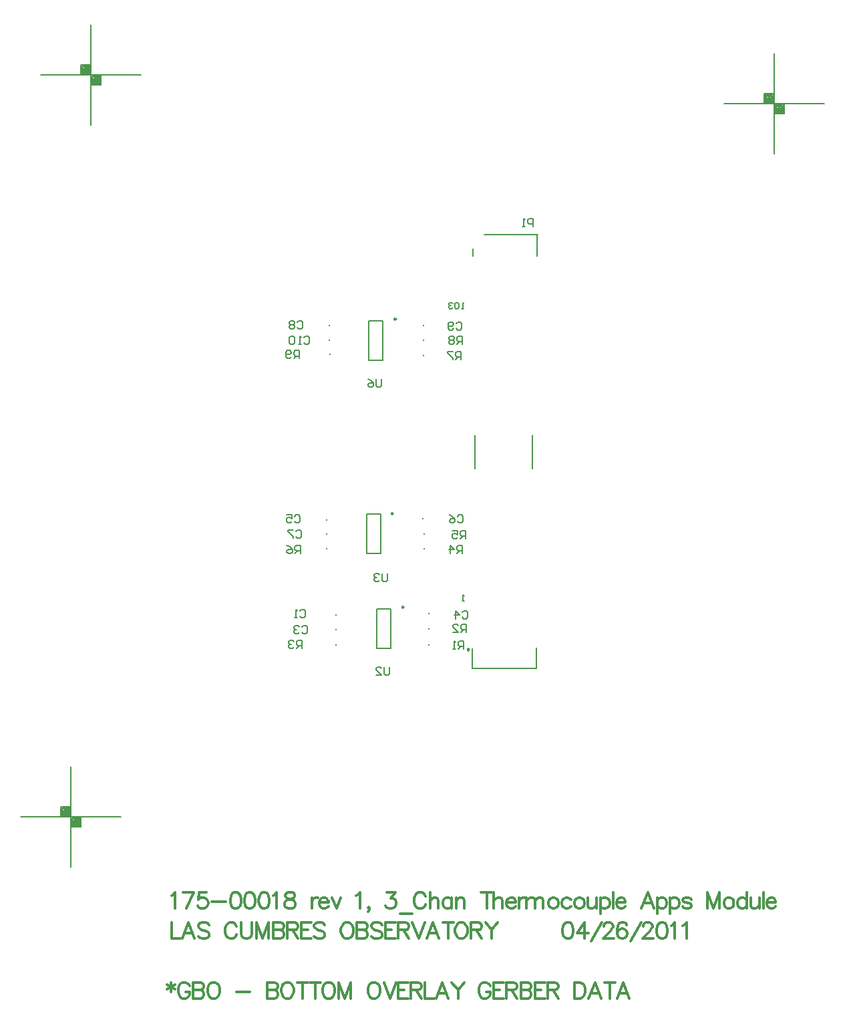
<source format=gbo>
%FSLAX23Y23*%
%MOIN*%
G70*
G01*
G75*
G04 Layer_Color=32896*
%ADD10O,0.024X0.079*%
%ADD11R,0.070X0.135*%
%ADD12R,0.039X0.059*%
%ADD13C,0.010*%
%ADD14C,0.020*%
%ADD15C,0.012*%
%ADD16C,0.008*%
%ADD17C,0.012*%
%ADD18C,0.012*%
%ADD19C,0.120*%
%ADD20C,0.050*%
%ADD21C,0.059*%
%ADD22R,0.059X0.059*%
%ADD23C,0.276*%
%ADD24C,0.020*%
%ADD25C,0.040*%
%ADD26C,0.110*%
G04:AMPARAMS|DCode=27|XSize=130mil|YSize=130mil|CornerRadius=0mil|HoleSize=0mil|Usage=FLASHONLY|Rotation=0.000|XOffset=0mil|YOffset=0mil|HoleType=Round|Shape=Relief|Width=10mil|Gap=10mil|Entries=4|*
%AMTHD27*
7,0,0,0.130,0.110,0.010,45*
%
%ADD27THD27*%
%ADD28C,0.065*%
G04:AMPARAMS|DCode=29|XSize=85mil|YSize=85mil|CornerRadius=0mil|HoleSize=0mil|Usage=FLASHONLY|Rotation=0.000|XOffset=0mil|YOffset=0mil|HoleType=Round|Shape=Relief|Width=10mil|Gap=10mil|Entries=4|*
%AMTHD29*
7,0,0,0.085,0.065,0.010,45*
%
%ADD29THD29*%
%ADD30C,0.075*%
G04:AMPARAMS|DCode=31|XSize=95.433mil|YSize=95.433mil|CornerRadius=0mil|HoleSize=0mil|Usage=FLASHONLY|Rotation=0.000|XOffset=0mil|YOffset=0mil|HoleType=Round|Shape=Relief|Width=10mil|Gap=10mil|Entries=4|*
%AMTHD31*
7,0,0,0.095,0.075,0.010,45*
%
%ADD31THD31*%
%ADD32C,0.197*%
G04:AMPARAMS|DCode=33|XSize=70mil|YSize=70mil|CornerRadius=0mil|HoleSize=0mil|Usage=FLASHONLY|Rotation=0.000|XOffset=0mil|YOffset=0mil|HoleType=Round|Shape=Relief|Width=10mil|Gap=10mil|Entries=4|*
%AMTHD33*
7,0,0,0.070,0.050,0.010,45*
%
%ADD33THD33*%
%ADD34R,0.050X0.050*%
%ADD35O,0.087X0.024*%
%ADD36R,0.020X0.709*%
%ADD37R,0.085X0.016*%
%ADD38C,0.010*%
%ADD39C,0.008*%
%ADD40C,0.007*%
%ADD41R,0.175X0.238*%
%ADD42O,0.032X0.087*%
%ADD43R,0.078X0.143*%
%ADD44R,0.047X0.067*%
%ADD45C,0.128*%
%ADD46C,0.067*%
%ADD47R,0.067X0.067*%
%ADD48C,0.284*%
%ADD49C,0.028*%
%ADD50R,0.802X0.219*%
%ADD51R,0.058X0.058*%
%ADD52O,0.095X0.032*%
%ADD53C,0.010*%
%ADD54C,0.005*%
D15*
X24202Y15429D02*
Y15383D01*
X24183Y15418D02*
X24221Y15395D01*
Y15418D02*
X24183Y15395D01*
X24295Y15410D02*
X24291Y15418D01*
X24283Y15425D01*
X24276Y15429D01*
X24260D01*
X24253Y15425D01*
X24245Y15418D01*
X24241Y15410D01*
X24238Y15399D01*
Y15380D01*
X24241Y15368D01*
X24245Y15361D01*
X24253Y15353D01*
X24260Y15349D01*
X24276D01*
X24283Y15353D01*
X24291Y15361D01*
X24295Y15368D01*
Y15380D01*
X24276D02*
X24295D01*
X24313Y15429D02*
Y15349D01*
Y15429D02*
X24347D01*
X24359Y15425D01*
X24362Y15421D01*
X24366Y15414D01*
Y15406D01*
X24362Y15399D01*
X24359Y15395D01*
X24347Y15391D01*
X24313D02*
X24347D01*
X24359Y15387D01*
X24362Y15383D01*
X24366Y15376D01*
Y15364D01*
X24362Y15357D01*
X24359Y15353D01*
X24347Y15349D01*
X24313D01*
X24407Y15429D02*
X24399Y15425D01*
X24392Y15418D01*
X24388Y15410D01*
X24384Y15399D01*
Y15380D01*
X24388Y15368D01*
X24392Y15361D01*
X24399Y15353D01*
X24407Y15349D01*
X24422D01*
X24430Y15353D01*
X24437Y15361D01*
X24441Y15368D01*
X24445Y15380D01*
Y15399D01*
X24441Y15410D01*
X24437Y15418D01*
X24430Y15425D01*
X24422Y15429D01*
X24407D01*
X24527Y15383D02*
X24595D01*
X24682Y15429D02*
Y15349D01*
Y15429D02*
X24716D01*
X24727Y15425D01*
X24731Y15421D01*
X24735Y15414D01*
Y15406D01*
X24731Y15399D01*
X24727Y15395D01*
X24716Y15391D01*
X24682D02*
X24716D01*
X24727Y15387D01*
X24731Y15383D01*
X24735Y15376D01*
Y15364D01*
X24731Y15357D01*
X24727Y15353D01*
X24716Y15349D01*
X24682D01*
X24776Y15429D02*
X24768Y15425D01*
X24760Y15418D01*
X24757Y15410D01*
X24753Y15399D01*
Y15380D01*
X24757Y15368D01*
X24760Y15361D01*
X24768Y15353D01*
X24776Y15349D01*
X24791D01*
X24799Y15353D01*
X24806Y15361D01*
X24810Y15368D01*
X24814Y15380D01*
Y15399D01*
X24810Y15410D01*
X24806Y15418D01*
X24799Y15425D01*
X24791Y15429D01*
X24776D01*
X24859D02*
Y15349D01*
X24832Y15429D02*
X24886D01*
X24922D02*
Y15349D01*
X24895Y15429D02*
X24949D01*
X24981D02*
X24973Y15425D01*
X24966Y15418D01*
X24962Y15410D01*
X24958Y15399D01*
Y15380D01*
X24962Y15368D01*
X24966Y15361D01*
X24973Y15353D01*
X24981Y15349D01*
X24996D01*
X25004Y15353D01*
X25011Y15361D01*
X25015Y15368D01*
X25019Y15380D01*
Y15399D01*
X25015Y15410D01*
X25011Y15418D01*
X25004Y15425D01*
X24996Y15429D01*
X24981D01*
X25038D02*
Y15349D01*
Y15429D02*
X25068Y15349D01*
X25099Y15429D02*
X25068Y15349D01*
X25099Y15429D02*
Y15349D01*
X25207Y15429D02*
X25200Y15425D01*
X25192Y15418D01*
X25188Y15410D01*
X25184Y15399D01*
Y15380D01*
X25188Y15368D01*
X25192Y15361D01*
X25200Y15353D01*
X25207Y15349D01*
X25222D01*
X25230Y15353D01*
X25238Y15361D01*
X25241Y15368D01*
X25245Y15380D01*
Y15399D01*
X25241Y15410D01*
X25238Y15418D01*
X25230Y15425D01*
X25222Y15429D01*
X25207D01*
X25264D02*
X25294Y15349D01*
X25325Y15429D02*
X25294Y15349D01*
X25385Y15429D02*
X25335D01*
Y15349D01*
X25385D01*
X25335Y15391D02*
X25366D01*
X25398Y15429D02*
Y15349D01*
Y15429D02*
X25432D01*
X25444Y15425D01*
X25448Y15421D01*
X25451Y15414D01*
Y15406D01*
X25448Y15399D01*
X25444Y15395D01*
X25432Y15391D01*
X25398D01*
X25425D02*
X25451Y15349D01*
X25469Y15429D02*
Y15349D01*
X25515D01*
X25585D02*
X25554Y15429D01*
X25524Y15349D01*
X25535Y15376D02*
X25573D01*
X25603Y15429D02*
X25634Y15391D01*
Y15349D01*
X25664Y15429D02*
X25634Y15391D01*
X25795Y15410D02*
X25791Y15418D01*
X25783Y15425D01*
X25775Y15429D01*
X25760D01*
X25753Y15425D01*
X25745Y15418D01*
X25741Y15410D01*
X25737Y15399D01*
Y15380D01*
X25741Y15368D01*
X25745Y15361D01*
X25753Y15353D01*
X25760Y15349D01*
X25775D01*
X25783Y15353D01*
X25791Y15361D01*
X25795Y15368D01*
Y15380D01*
X25775D02*
X25795D01*
X25862Y15429D02*
X25813D01*
Y15349D01*
X25862D01*
X25813Y15391D02*
X25843D01*
X25876Y15429D02*
Y15349D01*
Y15429D02*
X25910D01*
X25921Y15425D01*
X25925Y15421D01*
X25929Y15414D01*
Y15406D01*
X25925Y15399D01*
X25921Y15395D01*
X25910Y15391D01*
X25876D01*
X25902D02*
X25929Y15349D01*
X25947Y15429D02*
Y15349D01*
Y15429D02*
X25981D01*
X25993Y15425D01*
X25996Y15421D01*
X26000Y15414D01*
Y15406D01*
X25996Y15399D01*
X25993Y15395D01*
X25981Y15391D01*
X25947D02*
X25981D01*
X25993Y15387D01*
X25996Y15383D01*
X26000Y15376D01*
Y15364D01*
X25996Y15357D01*
X25993Y15353D01*
X25981Y15349D01*
X25947D01*
X26068Y15429D02*
X26018D01*
Y15349D01*
X26068D01*
X26018Y15391D02*
X26049D01*
X26081Y15429D02*
Y15349D01*
Y15429D02*
X26115D01*
X26127Y15425D01*
X26130Y15421D01*
X26134Y15414D01*
Y15406D01*
X26130Y15399D01*
X26127Y15395D01*
X26115Y15391D01*
X26081D01*
X26108D02*
X26134Y15349D01*
X26215Y15429D02*
Y15349D01*
Y15429D02*
X26242D01*
X26253Y15425D01*
X26261Y15418D01*
X26265Y15410D01*
X26268Y15399D01*
Y15380D01*
X26265Y15368D01*
X26261Y15361D01*
X26253Y15353D01*
X26242Y15349D01*
X26215D01*
X26347D02*
X26317Y15429D01*
X26286Y15349D01*
X26298Y15376D02*
X26336D01*
X26392Y15429D02*
Y15349D01*
X26366Y15429D02*
X26419D01*
X26490Y15349D02*
X26459Y15429D01*
X26429Y15349D01*
X26440Y15376D02*
X26478D01*
D16*
X25626Y18716D02*
X25633Y18723D01*
X25646D01*
X25653Y18716D01*
Y18690D01*
X25646Y18683D01*
X25633D01*
X25626Y18690D01*
X25613D02*
X25606Y18683D01*
X25593D01*
X25586Y18690D01*
Y18716D01*
X25593Y18723D01*
X25606D01*
X25613Y18716D01*
Y18710D01*
X25606Y18703D01*
X25586D01*
X25251Y18437D02*
Y18404D01*
X25244Y18397D01*
X25231D01*
X25224Y18404D01*
Y18437D01*
X25184D02*
X25198Y18430D01*
X25211Y18417D01*
Y18404D01*
X25204Y18397D01*
X25191D01*
X25184Y18404D01*
Y18410D01*
X25191Y18417D01*
X25211D01*
X26009Y19197D02*
Y19237D01*
X25989D01*
X25982Y19230D01*
Y19217D01*
X25989Y19210D01*
X26009D01*
X25969Y19197D02*
X25956D01*
X25962D01*
Y19237D01*
X25969Y19230D01*
X24845Y17280D02*
X24852Y17287D01*
X24865D01*
X24872Y17280D01*
Y17254D01*
X24865Y17247D01*
X24852D01*
X24845Y17254D01*
X24832Y17247D02*
X24819D01*
X24825D01*
Y17287D01*
X24832Y17280D01*
X24854Y17201D02*
X24861Y17208D01*
X24874D01*
X24881Y17201D01*
Y17175D01*
X24874Y17168D01*
X24861D01*
X24854Y17175D01*
X24841Y17201D02*
X24834Y17208D01*
X24821D01*
X24814Y17201D01*
Y17195D01*
X24821Y17188D01*
X24828D01*
X24821D01*
X24814Y17181D01*
Y17175D01*
X24821Y17168D01*
X24834D01*
X24841Y17175D01*
X25654Y17276D02*
X25661Y17283D01*
X25674D01*
X25681Y17276D01*
Y17250D01*
X25674Y17243D01*
X25661D01*
X25654Y17250D01*
X25621Y17243D02*
Y17283D01*
X25641Y17263D01*
X25614D01*
X24825Y17679D02*
X24832Y17686D01*
X24845D01*
X24852Y17679D01*
Y17653D01*
X24845Y17646D01*
X24832D01*
X24825Y17653D01*
X24812Y17686D02*
X24785D01*
Y17679D01*
X24812Y17653D01*
Y17646D01*
X24866Y18645D02*
X24873Y18652D01*
X24886D01*
X24893Y18645D01*
Y18619D01*
X24886Y18612D01*
X24873D01*
X24866Y18619D01*
X24853Y18612D02*
X24840D01*
X24846D01*
Y18652D01*
X24853Y18645D01*
X24820D02*
X24813Y18652D01*
X24800D01*
X24793Y18645D01*
Y18619D01*
X24800Y18612D01*
X24813D01*
X24820Y18619D01*
Y18645D01*
X25661Y17093D02*
Y17133D01*
X25641D01*
X25634Y17126D01*
Y17113D01*
X25641Y17106D01*
X25661D01*
X25648D02*
X25634Y17093D01*
X25621D02*
X25608D01*
X25614D01*
Y17133D01*
X25621Y17126D01*
X25676Y17176D02*
Y17216D01*
X25656D01*
X25649Y17209D01*
Y17196D01*
X25656Y17189D01*
X25676D01*
X25663D02*
X25649Y17176D01*
X25609D02*
X25636D01*
X25609Y17203D01*
Y17209D01*
X25616Y17216D01*
X25629D01*
X25636Y17209D01*
X24856Y17096D02*
Y17136D01*
X24836D01*
X24829Y17129D01*
Y17116D01*
X24836Y17109D01*
X24856D01*
X24843D02*
X24829Y17096D01*
X24816Y17129D02*
X24809Y17136D01*
X24796D01*
X24789Y17129D01*
Y17123D01*
X24796Y17116D01*
X24803D01*
X24796D01*
X24789Y17109D01*
Y17103D01*
X24796Y17096D01*
X24809D01*
X24816Y17103D01*
X25655Y17568D02*
Y17608D01*
X25635D01*
X25628Y17601D01*
Y17588D01*
X25635Y17581D01*
X25655D01*
X25642D02*
X25628Y17568D01*
X25595D02*
Y17608D01*
X25615Y17588D01*
X25588D01*
X25671Y17642D02*
Y17682D01*
X25651D01*
X25644Y17675D01*
Y17662D01*
X25651Y17655D01*
X25671D01*
X25658D02*
X25644Y17642D01*
X25604Y17682D02*
X25631D01*
Y17662D01*
X25618Y17669D01*
X25611D01*
X25604Y17662D01*
Y17649D01*
X25611Y17642D01*
X25624D01*
X25631Y17649D01*
X24847Y17568D02*
Y17608D01*
X24827D01*
X24820Y17601D01*
Y17588D01*
X24827Y17581D01*
X24847D01*
X24834D02*
X24820Y17568D01*
X24780Y17608D02*
X24794Y17601D01*
X24807Y17588D01*
Y17575D01*
X24800Y17568D01*
X24787D01*
X24780Y17575D01*
Y17581D01*
X24787Y17588D01*
X24807D01*
X25648Y18534D02*
Y18574D01*
X25628D01*
X25621Y18567D01*
Y18554D01*
X25628Y18547D01*
X25648D01*
X25635D02*
X25621Y18534D01*
X25608Y18574D02*
X25581D01*
Y18567D01*
X25608Y18541D01*
Y18534D01*
X25654Y18612D02*
Y18652D01*
X25634D01*
X25627Y18645D01*
Y18632D01*
X25634Y18625D01*
X25654D01*
X25641D02*
X25627Y18612D01*
X25614Y18645D02*
X25607Y18652D01*
X25594D01*
X25587Y18645D01*
Y18639D01*
X25594Y18632D01*
X25587Y18625D01*
Y18619D01*
X25594Y18612D01*
X25607D01*
X25614Y18619D01*
Y18625D01*
X25607Y18632D01*
X25614Y18639D01*
Y18645D01*
X25607Y18632D02*
X25594D01*
X24843Y18540D02*
Y18580D01*
X24823D01*
X24816Y18573D01*
Y18560D01*
X24823Y18553D01*
X24843D01*
X24830D02*
X24816Y18540D01*
X24803Y18547D02*
X24796Y18540D01*
X24783D01*
X24776Y18547D01*
Y18573D01*
X24783Y18580D01*
X24796D01*
X24803Y18573D01*
Y18567D01*
X24796Y18560D01*
X24776D01*
X25293Y17002D02*
Y16969D01*
X25286Y16962D01*
X25273D01*
X25266Y16969D01*
Y17002D01*
X25226Y16962D02*
X25253D01*
X25226Y16989D01*
Y16995D01*
X25233Y17002D01*
X25246D01*
X25253Y16995D01*
X25283Y17468D02*
Y17435D01*
X25276Y17428D01*
X25263D01*
X25256Y17435D01*
Y17468D01*
X25243Y17461D02*
X25236Y17468D01*
X25223D01*
X25216Y17461D01*
Y17455D01*
X25223Y17448D01*
X25230D01*
X25223D01*
X25216Y17441D01*
Y17435D01*
X25223Y17428D01*
X25236D01*
X25243Y17435D01*
X24818Y17753D02*
X24825Y17760D01*
X24838D01*
X24845Y17753D01*
Y17727D01*
X24838Y17720D01*
X24825D01*
X24818Y17727D01*
X24778Y17760D02*
X24805D01*
Y17740D01*
X24792Y17747D01*
X24785D01*
X24778Y17740D01*
Y17727D01*
X24785Y17720D01*
X24798D01*
X24805Y17727D01*
X25631Y17753D02*
X25638Y17760D01*
X25651D01*
X25658Y17753D01*
Y17727D01*
X25651Y17720D01*
X25638D01*
X25631Y17727D01*
X25591Y17760D02*
X25605Y17753D01*
X25618Y17740D01*
Y17727D01*
X25611Y17720D01*
X25598D01*
X25591Y17727D01*
Y17733D01*
X25598Y17740D01*
X25618D01*
X24831Y18721D02*
X24838Y18728D01*
X24851D01*
X24858Y18721D01*
Y18695D01*
X24851Y18688D01*
X24838D01*
X24831Y18695D01*
X24818Y18721D02*
X24811Y18728D01*
X24798D01*
X24791Y18721D01*
Y18715D01*
X24798Y18708D01*
X24791Y18701D01*
Y18695D01*
X24798Y18688D01*
X24811D01*
X24818Y18695D01*
Y18701D01*
X24811Y18708D01*
X24818Y18715D01*
Y18721D01*
X24811Y18708D02*
X24798D01*
X26963Y19813D02*
X27463D01*
X27213Y19563D02*
Y20063D01*
X27163Y19813D02*
Y19863D01*
X27213D01*
X27263Y19763D02*
Y19813D01*
X27213Y19763D02*
X27263D01*
X27218Y19808D02*
X27258D01*
Y19768D02*
Y19808D01*
X27218Y19768D02*
X27258D01*
X27218D02*
Y19808D01*
X27223Y19803D02*
X27253D01*
Y19773D02*
Y19803D01*
X27223Y19773D02*
X27253D01*
X27223D02*
Y19798D01*
X27228D02*
X27248D01*
Y19778D02*
Y19798D01*
X27228Y19778D02*
X27248D01*
X27228D02*
Y19793D01*
X27233D02*
X27243D01*
Y19783D02*
Y19793D01*
X27233Y19783D02*
X27243D01*
X27233D02*
Y19793D01*
Y19788D02*
X27243D01*
X27168Y19858D02*
X27208D01*
Y19818D02*
Y19858D01*
X27168Y19818D02*
X27208D01*
X27168D02*
Y19858D01*
X27173Y19853D02*
X27203D01*
Y19823D02*
Y19853D01*
X27173Y19823D02*
X27203D01*
X27173D02*
Y19848D01*
X27178D02*
X27198D01*
Y19828D02*
Y19848D01*
X27178Y19828D02*
X27198D01*
X27178D02*
Y19843D01*
X27183D02*
X27193D01*
Y19833D02*
Y19843D01*
X27183Y19833D02*
X27193D01*
X27183D02*
Y19843D01*
Y19838D02*
X27193D01*
X23552Y19954D02*
X24052D01*
X23802Y19704D02*
Y20204D01*
X23752Y19954D02*
Y20004D01*
X23802D01*
X23852Y19904D02*
Y19954D01*
X23802Y19904D02*
X23852D01*
X23807Y19949D02*
X23847D01*
Y19909D02*
Y19949D01*
X23807Y19909D02*
X23847D01*
X23807D02*
Y19949D01*
X23812Y19944D02*
X23842D01*
Y19914D02*
Y19944D01*
X23812Y19914D02*
X23842D01*
X23812D02*
Y19939D01*
X23817D02*
X23837D01*
Y19919D02*
Y19939D01*
X23817Y19919D02*
X23837D01*
X23817D02*
Y19934D01*
X23822D02*
X23832D01*
Y19924D02*
Y19934D01*
X23822Y19924D02*
X23832D01*
X23822D02*
Y19934D01*
Y19929D02*
X23832D01*
X23757Y19999D02*
X23797D01*
Y19959D02*
Y19999D01*
X23757Y19959D02*
X23797D01*
X23757D02*
Y19999D01*
X23762Y19994D02*
X23792D01*
Y19964D02*
Y19994D01*
X23762Y19964D02*
X23792D01*
X23762D02*
Y19989D01*
X23767D02*
X23787D01*
Y19969D02*
Y19989D01*
X23767Y19969D02*
X23787D01*
X23767D02*
Y19984D01*
X23772D02*
X23782D01*
Y19974D02*
Y19984D01*
X23772Y19974D02*
X23782D01*
X23772D02*
Y19984D01*
Y19979D02*
X23782D01*
X23453Y16254D02*
X23953D01*
X23703Y16004D02*
Y16504D01*
X23653Y16254D02*
Y16304D01*
X23703D01*
X23753Y16204D02*
Y16254D01*
X23703Y16204D02*
X23753D01*
X23708Y16249D02*
X23748D01*
Y16209D02*
Y16249D01*
X23708Y16209D02*
X23748D01*
X23708D02*
Y16249D01*
X23713Y16244D02*
X23743D01*
Y16214D02*
Y16244D01*
X23713Y16214D02*
X23743D01*
X23713D02*
Y16239D01*
X23718D02*
X23738D01*
Y16219D02*
Y16239D01*
X23718Y16219D02*
X23738D01*
X23718D02*
Y16234D01*
X23723D02*
X23733D01*
Y16224D02*
Y16234D01*
X23723Y16224D02*
X23733D01*
X23723D02*
Y16234D01*
Y16229D02*
X23733D01*
X23658Y16299D02*
X23698D01*
Y16259D02*
Y16299D01*
X23658Y16259D02*
X23698D01*
X23658D02*
Y16299D01*
X23663Y16294D02*
X23693D01*
Y16264D02*
Y16294D01*
X23663Y16264D02*
X23693D01*
X23663D02*
Y16289D01*
X23668D02*
X23688D01*
Y16269D02*
Y16289D01*
X23668Y16269D02*
X23688D01*
X23668D02*
Y16284D01*
X23673D02*
X23683D01*
Y16274D02*
Y16284D01*
X23673Y16274D02*
X23683D01*
X23673D02*
Y16284D01*
Y16279D02*
X23683D01*
D17*
X24204Y15862D02*
X24212Y15866D01*
X24223Y15878D01*
Y15798D01*
X24316Y15878D02*
X24278Y15798D01*
X24263Y15878D02*
X24316D01*
X24380D02*
X24342D01*
X24338Y15843D01*
X24342Y15847D01*
X24353Y15851D01*
X24364D01*
X24376Y15847D01*
X24383Y15840D01*
X24387Y15828D01*
Y15821D01*
X24383Y15809D01*
X24376Y15801D01*
X24364Y15798D01*
X24353D01*
X24342Y15801D01*
X24338Y15805D01*
X24334Y15813D01*
X24405Y15832D02*
X24474D01*
X24520Y15878D02*
X24509Y15874D01*
X24501Y15862D01*
X24497Y15843D01*
Y15832D01*
X24501Y15813D01*
X24509Y15801D01*
X24520Y15798D01*
X24528D01*
X24539Y15801D01*
X24547Y15813D01*
X24551Y15832D01*
Y15843D01*
X24547Y15862D01*
X24539Y15874D01*
X24528Y15878D01*
X24520D01*
X24591D02*
X24580Y15874D01*
X24572Y15862D01*
X24569Y15843D01*
Y15832D01*
X24572Y15813D01*
X24580Y15801D01*
X24591Y15798D01*
X24599D01*
X24610Y15801D01*
X24618Y15813D01*
X24622Y15832D01*
Y15843D01*
X24618Y15862D01*
X24610Y15874D01*
X24599Y15878D01*
X24591D01*
X24663D02*
X24651Y15874D01*
X24644Y15862D01*
X24640Y15843D01*
Y15832D01*
X24644Y15813D01*
X24651Y15801D01*
X24663Y15798D01*
X24670D01*
X24682Y15801D01*
X24689Y15813D01*
X24693Y15832D01*
Y15843D01*
X24689Y15862D01*
X24682Y15874D01*
X24670Y15878D01*
X24663D01*
X24711Y15862D02*
X24719Y15866D01*
X24730Y15878D01*
Y15798D01*
X24789Y15878D02*
X24777Y15874D01*
X24773Y15866D01*
Y15859D01*
X24777Y15851D01*
X24785Y15847D01*
X24800Y15843D01*
X24812Y15840D01*
X24819Y15832D01*
X24823Y15824D01*
Y15813D01*
X24819Y15805D01*
X24815Y15801D01*
X24804Y15798D01*
X24789D01*
X24777Y15801D01*
X24773Y15805D01*
X24770Y15813D01*
Y15824D01*
X24773Y15832D01*
X24781Y15840D01*
X24793Y15843D01*
X24808Y15847D01*
X24815Y15851D01*
X24819Y15859D01*
Y15866D01*
X24815Y15874D01*
X24804Y15878D01*
X24789D01*
X24904Y15851D02*
Y15798D01*
Y15828D02*
X24908Y15840D01*
X24915Y15847D01*
X24923Y15851D01*
X24934D01*
X24941Y15828D02*
X24987D01*
Y15836D01*
X24983Y15843D01*
X24980Y15847D01*
X24972Y15851D01*
X24960D01*
X24953Y15847D01*
X24945Y15840D01*
X24941Y15828D01*
Y15821D01*
X24945Y15809D01*
X24953Y15801D01*
X24960Y15798D01*
X24972D01*
X24980Y15801D01*
X24987Y15809D01*
X25004Y15851D02*
X25027Y15798D01*
X25050Y15851D02*
X25027Y15798D01*
X25126Y15862D02*
X25133Y15866D01*
X25145Y15878D01*
Y15798D01*
X25192Y15801D02*
X25188Y15798D01*
X25184Y15801D01*
X25188Y15805D01*
X25192Y15801D01*
Y15794D01*
X25188Y15786D01*
X25184Y15782D01*
X25280Y15878D02*
X25322D01*
X25299Y15847D01*
X25311D01*
X25318Y15843D01*
X25322Y15840D01*
X25326Y15828D01*
Y15821D01*
X25322Y15809D01*
X25314Y15801D01*
X25303Y15798D01*
X25291D01*
X25280Y15801D01*
X25276Y15805D01*
X25272Y15813D01*
X25344Y15771D02*
X25405D01*
X25472Y15859D02*
X25468Y15866D01*
X25461Y15874D01*
X25453Y15878D01*
X25438D01*
X25430Y15874D01*
X25422Y15866D01*
X25419Y15859D01*
X25415Y15847D01*
Y15828D01*
X25419Y15817D01*
X25422Y15809D01*
X25430Y15801D01*
X25438Y15798D01*
X25453D01*
X25461Y15801D01*
X25468Y15809D01*
X25472Y15817D01*
X25494Y15878D02*
Y15798D01*
Y15836D02*
X25506Y15847D01*
X25514Y15851D01*
X25525D01*
X25533Y15847D01*
X25536Y15836D01*
Y15798D01*
X25603Y15851D02*
Y15798D01*
Y15840D02*
X25595Y15847D01*
X25588Y15851D01*
X25576D01*
X25569Y15847D01*
X25561Y15840D01*
X25557Y15828D01*
Y15821D01*
X25561Y15809D01*
X25569Y15801D01*
X25576Y15798D01*
X25588D01*
X25595Y15801D01*
X25603Y15809D01*
X25624Y15851D02*
Y15798D01*
Y15836D02*
X25636Y15847D01*
X25643Y15851D01*
X25655D01*
X25662Y15847D01*
X25666Y15836D01*
Y15798D01*
X25777Y15878D02*
Y15798D01*
X25750Y15878D02*
X25803D01*
X25813D02*
Y15798D01*
Y15836D02*
X25824Y15847D01*
X25832Y15851D01*
X25843D01*
X25851Y15847D01*
X25855Y15836D01*
Y15798D01*
X25876Y15828D02*
X25921D01*
Y15836D01*
X25918Y15843D01*
X25914Y15847D01*
X25906Y15851D01*
X25895D01*
X25887Y15847D01*
X25880Y15840D01*
X25876Y15828D01*
Y15821D01*
X25880Y15809D01*
X25887Y15801D01*
X25895Y15798D01*
X25906D01*
X25914Y15801D01*
X25921Y15809D01*
X25939Y15851D02*
Y15798D01*
Y15828D02*
X25942Y15840D01*
X25950Y15847D01*
X25958Y15851D01*
X25969D01*
X25976D02*
Y15798D01*
Y15836D02*
X25988Y15847D01*
X25995Y15851D01*
X26007D01*
X26014Y15847D01*
X26018Y15836D01*
Y15798D01*
Y15836D02*
X26030Y15847D01*
X26037Y15851D01*
X26049D01*
X26056Y15847D01*
X26060Y15836D01*
Y15798D01*
X26104Y15851D02*
X26097Y15847D01*
X26089Y15840D01*
X26085Y15828D01*
Y15821D01*
X26089Y15809D01*
X26097Y15801D01*
X26104Y15798D01*
X26116D01*
X26123Y15801D01*
X26131Y15809D01*
X26135Y15821D01*
Y15828D01*
X26131Y15840D01*
X26123Y15847D01*
X26116Y15851D01*
X26104D01*
X26198Y15840D02*
X26190Y15847D01*
X26183Y15851D01*
X26171D01*
X26164Y15847D01*
X26156Y15840D01*
X26152Y15828D01*
Y15821D01*
X26156Y15809D01*
X26164Y15801D01*
X26171Y15798D01*
X26183D01*
X26190Y15801D01*
X26198Y15809D01*
X26234Y15851D02*
X26227Y15847D01*
X26219Y15840D01*
X26215Y15828D01*
Y15821D01*
X26219Y15809D01*
X26227Y15801D01*
X26234Y15798D01*
X26246D01*
X26253Y15801D01*
X26261Y15809D01*
X26265Y15821D01*
Y15828D01*
X26261Y15840D01*
X26253Y15847D01*
X26246Y15851D01*
X26234D01*
X26282D02*
Y15813D01*
X26286Y15801D01*
X26294Y15798D01*
X26305D01*
X26313Y15801D01*
X26324Y15813D01*
Y15851D02*
Y15798D01*
X26345Y15851D02*
Y15771D01*
Y15840D02*
X26353Y15847D01*
X26360Y15851D01*
X26372D01*
X26379Y15847D01*
X26387Y15840D01*
X26391Y15828D01*
Y15821D01*
X26387Y15809D01*
X26379Y15801D01*
X26372Y15798D01*
X26360D01*
X26353Y15801D01*
X26345Y15809D01*
X26408Y15878D02*
Y15798D01*
X26425Y15828D02*
X26470D01*
Y15836D01*
X26466Y15843D01*
X26463Y15847D01*
X26455Y15851D01*
X26444D01*
X26436Y15847D01*
X26428Y15840D01*
X26425Y15828D01*
Y15821D01*
X26428Y15809D01*
X26436Y15801D01*
X26444Y15798D01*
X26455D01*
X26463Y15801D01*
X26470Y15809D01*
X26611Y15798D02*
X26581Y15878D01*
X26550Y15798D01*
X26562Y15824D02*
X26600D01*
X26630Y15851D02*
Y15771D01*
Y15840D02*
X26637Y15847D01*
X26645Y15851D01*
X26657D01*
X26664Y15847D01*
X26672Y15840D01*
X26676Y15828D01*
Y15821D01*
X26672Y15809D01*
X26664Y15801D01*
X26657Y15798D01*
X26645D01*
X26637Y15801D01*
X26630Y15809D01*
X26693Y15851D02*
Y15771D01*
Y15840D02*
X26700Y15847D01*
X26708Y15851D01*
X26719D01*
X26727Y15847D01*
X26735Y15840D01*
X26738Y15828D01*
Y15821D01*
X26735Y15809D01*
X26727Y15801D01*
X26719Y15798D01*
X26708D01*
X26700Y15801D01*
X26693Y15809D01*
X26797Y15840D02*
X26794Y15847D01*
X26782Y15851D01*
X26771D01*
X26759Y15847D01*
X26756Y15840D01*
X26759Y15832D01*
X26767Y15828D01*
X26786Y15824D01*
X26794Y15821D01*
X26797Y15813D01*
Y15809D01*
X26794Y15801D01*
X26782Y15798D01*
X26771D01*
X26759Y15801D01*
X26756Y15809D01*
X26877Y15878D02*
Y15798D01*
Y15878D02*
X26908Y15798D01*
X26938Y15878D02*
X26908Y15798D01*
X26938Y15878D02*
Y15798D01*
X26980Y15851D02*
X26972Y15847D01*
X26965Y15840D01*
X26961Y15828D01*
Y15821D01*
X26965Y15809D01*
X26972Y15801D01*
X26980Y15798D01*
X26991D01*
X26999Y15801D01*
X27007Y15809D01*
X27010Y15821D01*
Y15828D01*
X27007Y15840D01*
X26999Y15847D01*
X26991Y15851D01*
X26980D01*
X27074Y15878D02*
Y15798D01*
Y15840D02*
X27066Y15847D01*
X27058Y15851D01*
X27047D01*
X27039Y15847D01*
X27032Y15840D01*
X27028Y15828D01*
Y15821D01*
X27032Y15809D01*
X27039Y15801D01*
X27047Y15798D01*
X27058D01*
X27066Y15801D01*
X27074Y15809D01*
X27095Y15851D02*
Y15813D01*
X27099Y15801D01*
X27106Y15798D01*
X27118D01*
X27125Y15801D01*
X27137Y15813D01*
Y15851D02*
Y15798D01*
X27158Y15878D02*
Y15798D01*
X27174Y15828D02*
X27220D01*
Y15836D01*
X27216Y15843D01*
X27213Y15847D01*
X27205Y15851D01*
X27194D01*
X27186Y15847D01*
X27178Y15840D01*
X27174Y15828D01*
Y15821D01*
X27178Y15809D01*
X27186Y15801D01*
X27194Y15798D01*
X27205D01*
X27213Y15801D01*
X27220Y15809D01*
D18*
X24204Y15728D02*
Y15648D01*
X24250D01*
X24319D02*
X24289Y15728D01*
X24259Y15648D01*
X24270Y15674D02*
X24308D01*
X24391Y15716D02*
X24384Y15724D01*
X24372Y15728D01*
X24357D01*
X24346Y15724D01*
X24338Y15716D01*
Y15709D01*
X24342Y15701D01*
X24346Y15697D01*
X24353Y15693D01*
X24376Y15686D01*
X24384Y15682D01*
X24388Y15678D01*
X24391Y15671D01*
Y15659D01*
X24384Y15651D01*
X24372Y15648D01*
X24357D01*
X24346Y15651D01*
X24338Y15659D01*
X24529Y15709D02*
X24526Y15716D01*
X24518Y15724D01*
X24510Y15728D01*
X24495D01*
X24487Y15724D01*
X24480Y15716D01*
X24476Y15709D01*
X24472Y15697D01*
Y15678D01*
X24476Y15667D01*
X24480Y15659D01*
X24487Y15651D01*
X24495Y15648D01*
X24510D01*
X24518Y15651D01*
X24526Y15659D01*
X24529Y15667D01*
X24552Y15728D02*
Y15671D01*
X24556Y15659D01*
X24563Y15651D01*
X24575Y15648D01*
X24582D01*
X24594Y15651D01*
X24601Y15659D01*
X24605Y15671D01*
Y15728D01*
X24627D02*
Y15648D01*
Y15728D02*
X24658Y15648D01*
X24688Y15728D02*
X24658Y15648D01*
X24688Y15728D02*
Y15648D01*
X24711Y15728D02*
Y15648D01*
Y15728D02*
X24745D01*
X24757Y15724D01*
X24761Y15720D01*
X24764Y15712D01*
Y15705D01*
X24761Y15697D01*
X24757Y15693D01*
X24745Y15690D01*
X24711D02*
X24745D01*
X24757Y15686D01*
X24761Y15682D01*
X24764Y15674D01*
Y15663D01*
X24761Y15655D01*
X24757Y15651D01*
X24745Y15648D01*
X24711D01*
X24782Y15728D02*
Y15648D01*
Y15728D02*
X24817D01*
X24828Y15724D01*
X24832Y15720D01*
X24836Y15712D01*
Y15705D01*
X24832Y15697D01*
X24828Y15693D01*
X24817Y15690D01*
X24782D01*
X24809D02*
X24836Y15648D01*
X24903Y15728D02*
X24853D01*
Y15648D01*
X24903D01*
X24853Y15690D02*
X24884D01*
X24970Y15716D02*
X24962Y15724D01*
X24951Y15728D01*
X24935D01*
X24924Y15724D01*
X24916Y15716D01*
Y15709D01*
X24920Y15701D01*
X24924Y15697D01*
X24932Y15693D01*
X24954Y15686D01*
X24962Y15682D01*
X24966Y15678D01*
X24970Y15671D01*
Y15659D01*
X24962Y15651D01*
X24951Y15648D01*
X24935D01*
X24924Y15651D01*
X24916Y15659D01*
X25073Y15728D02*
X25066Y15724D01*
X25058Y15716D01*
X25054Y15709D01*
X25050Y15697D01*
Y15678D01*
X25054Y15667D01*
X25058Y15659D01*
X25066Y15651D01*
X25073Y15648D01*
X25088D01*
X25096Y15651D01*
X25104Y15659D01*
X25108Y15667D01*
X25111Y15678D01*
Y15697D01*
X25108Y15709D01*
X25104Y15716D01*
X25096Y15724D01*
X25088Y15728D01*
X25073D01*
X25130D02*
Y15648D01*
Y15728D02*
X25164D01*
X25176Y15724D01*
X25179Y15720D01*
X25183Y15712D01*
Y15705D01*
X25179Y15697D01*
X25176Y15693D01*
X25164Y15690D01*
X25130D02*
X25164D01*
X25176Y15686D01*
X25179Y15682D01*
X25183Y15674D01*
Y15663D01*
X25179Y15655D01*
X25176Y15651D01*
X25164Y15648D01*
X25130D01*
X25255Y15716D02*
X25247Y15724D01*
X25235Y15728D01*
X25220D01*
X25209Y15724D01*
X25201Y15716D01*
Y15709D01*
X25205Y15701D01*
X25209Y15697D01*
X25216Y15693D01*
X25239Y15686D01*
X25247Y15682D01*
X25251Y15678D01*
X25255Y15671D01*
Y15659D01*
X25247Y15651D01*
X25235Y15648D01*
X25220D01*
X25209Y15651D01*
X25201Y15659D01*
X25322Y15728D02*
X25272D01*
Y15648D01*
X25322D01*
X25272Y15690D02*
X25303D01*
X25335Y15728D02*
Y15648D01*
Y15728D02*
X25370D01*
X25381Y15724D01*
X25385Y15720D01*
X25389Y15712D01*
Y15705D01*
X25385Y15697D01*
X25381Y15693D01*
X25370Y15690D01*
X25335D01*
X25362D02*
X25389Y15648D01*
X25406Y15728D02*
X25437Y15648D01*
X25467Y15728D02*
X25437Y15648D01*
X25539D02*
X25508Y15728D01*
X25478Y15648D01*
X25489Y15674D02*
X25527D01*
X25584Y15728D02*
Y15648D01*
X25557Y15728D02*
X25611D01*
X25643D02*
X25635Y15724D01*
X25628Y15716D01*
X25624Y15709D01*
X25620Y15697D01*
Y15678D01*
X25624Y15667D01*
X25628Y15659D01*
X25635Y15651D01*
X25643Y15648D01*
X25658D01*
X25666Y15651D01*
X25673Y15659D01*
X25677Y15667D01*
X25681Y15678D01*
Y15697D01*
X25677Y15709D01*
X25673Y15716D01*
X25666Y15724D01*
X25658Y15728D01*
X25643D01*
X25700D02*
Y15648D01*
Y15728D02*
X25734D01*
X25745Y15724D01*
X25749Y15720D01*
X25753Y15712D01*
Y15705D01*
X25749Y15697D01*
X25745Y15693D01*
X25734Y15690D01*
X25700D01*
X25726D02*
X25753Y15648D01*
X25771Y15728D02*
X25801Y15690D01*
Y15648D01*
X25832Y15728D02*
X25801Y15690D01*
X26179Y15728D02*
X26168Y15724D01*
X26160Y15712D01*
X26156Y15693D01*
Y15682D01*
X26160Y15663D01*
X26168Y15651D01*
X26179Y15648D01*
X26187D01*
X26198Y15651D01*
X26206Y15663D01*
X26210Y15682D01*
Y15693D01*
X26206Y15712D01*
X26198Y15724D01*
X26187Y15728D01*
X26179D01*
X26266D02*
X26228Y15674D01*
X26285D01*
X26266Y15728D02*
Y15648D01*
X26299Y15636D02*
X26352Y15728D01*
X26361Y15709D02*
Y15712D01*
X26365Y15720D01*
X26369Y15724D01*
X26377Y15728D01*
X26392D01*
X26399Y15724D01*
X26403Y15720D01*
X26407Y15712D01*
Y15705D01*
X26403Y15697D01*
X26396Y15686D01*
X26358Y15648D01*
X26411D01*
X26474Y15716D02*
X26471Y15724D01*
X26459Y15728D01*
X26452D01*
X26440Y15724D01*
X26433Y15712D01*
X26429Y15693D01*
Y15674D01*
X26433Y15659D01*
X26440Y15651D01*
X26452Y15648D01*
X26455D01*
X26467Y15651D01*
X26474Y15659D01*
X26478Y15671D01*
Y15674D01*
X26474Y15686D01*
X26467Y15693D01*
X26455Y15697D01*
X26452D01*
X26440Y15693D01*
X26433Y15686D01*
X26429Y15674D01*
X26496Y15636D02*
X26549Y15728D01*
X26558Y15709D02*
Y15712D01*
X26562Y15720D01*
X26566Y15724D01*
X26573Y15728D01*
X26589D01*
X26596Y15724D01*
X26600Y15720D01*
X26604Y15712D01*
Y15705D01*
X26600Y15697D01*
X26593Y15686D01*
X26554Y15648D01*
X26608D01*
X26649Y15728D02*
X26637Y15724D01*
X26629Y15712D01*
X26626Y15693D01*
Y15682D01*
X26629Y15663D01*
X26637Y15651D01*
X26649Y15648D01*
X26656D01*
X26668Y15651D01*
X26675Y15663D01*
X26679Y15682D01*
Y15693D01*
X26675Y15712D01*
X26668Y15724D01*
X26656Y15728D01*
X26649D01*
X26697Y15712D02*
X26705Y15716D01*
X26716Y15728D01*
Y15648D01*
X26756Y15712D02*
X26763Y15716D01*
X26775Y15728D01*
Y15648D01*
D38*
X25324Y18738D02*
X25316Y18743D01*
Y18734D01*
X25324Y18738D01*
X25688Y17090D02*
X25681Y17094D01*
Y17086D01*
X25688Y17090D01*
X25362Y17301D02*
X25355Y17306D01*
Y17297D01*
X25362Y17301D01*
X25308Y17769D02*
X25301Y17773D01*
Y17765D01*
X25308Y17769D01*
D39*
X25260Y18531D02*
Y18728D01*
X25189Y18531D02*
Y18728D01*
X25260D01*
X25189Y18531D02*
X25260D01*
X25717Y17992D02*
Y18159D01*
X26005Y17992D02*
Y18159D01*
X25710Y19052D02*
Y19087D01*
X26029Y19053D02*
Y19155D01*
X25706Y16994D02*
Y17096D01*
X26026Y16995D02*
Y17097D01*
X25764Y19158D02*
X26031D01*
X25786Y16995D02*
X25946D01*
X25707D02*
X25786D01*
X25946D02*
X26026D01*
X25298Y17095D02*
Y17291D01*
X25228Y17095D02*
Y17291D01*
X25298D01*
X25228Y17095D02*
X25298D01*
X25248Y17568D02*
Y17765D01*
X25178Y17568D02*
Y17765D01*
X25248D01*
X25178Y17568D02*
X25248D01*
D53*
X25461Y18705D02*
D03*
X25024Y17263D02*
D03*
Y17188D02*
D03*
X25489Y17268D02*
D03*
X24979Y17666D02*
D03*
X24993Y18631D02*
D03*
X25489Y17113D02*
D03*
Y17193D02*
D03*
X25024Y17113D02*
D03*
X25464Y17591D02*
D03*
Y17666D02*
D03*
X24979Y17591D02*
D03*
X25461Y18555D02*
D03*
Y18630D02*
D03*
X24995Y18560D02*
D03*
X24979Y17736D02*
D03*
X25459Y17741D02*
D03*
X24993Y18704D02*
D03*
D54*
X25662Y18789D02*
X25652D01*
X25657D01*
Y18819D01*
X25662Y18814D01*
X25637D02*
X25632Y18819D01*
X25622D01*
X25617Y18814D01*
Y18794D01*
X25622Y18789D01*
X25632D01*
X25637Y18794D01*
Y18814D01*
X25607D02*
X25602Y18819D01*
X25592D01*
X25587Y18814D01*
Y18809D01*
X25592Y18804D01*
X25597D01*
X25592D01*
X25587Y18799D01*
Y18794D01*
X25592Y18789D01*
X25602D01*
X25607Y18794D01*
X25664Y17332D02*
X25654D01*
X25659D01*
Y17362D01*
X25664Y17357D01*
M02*

</source>
